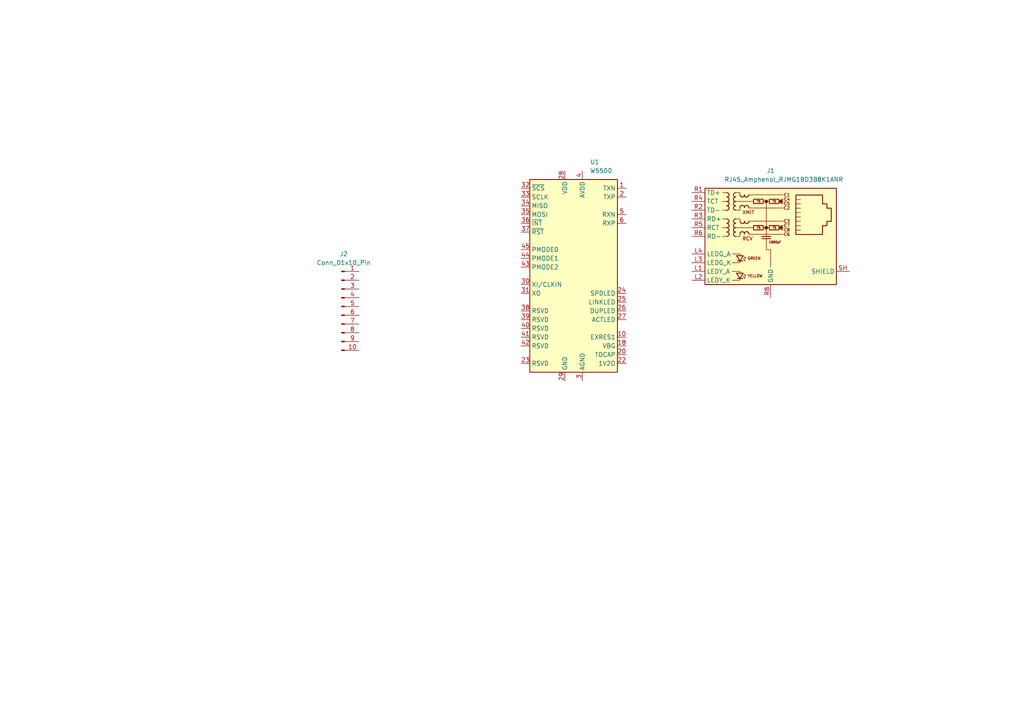
<source format=kicad_sch>
(kicad_sch (version 20230121) (generator eeschema)
  (paper "A4")
  (lib_symbols
    (symbol "Connector:Conn_01x10_Pin" (pin_names (offset 1.016) hide)
      (property "Reference" "J" (at 0 12.7 0))
      (property "Value" "Conn_01x10_Pin" (at 0 -15.24 0))
      (symbol "Conn_01x10_Pin_1_1"
        (polyline (pts (xy 1.27 -12.7) (xy 0.8636 -12.7)) (stroke (width 0.1524)))
        (polyline (pts (xy 1.27 -10.16) (xy 0.8636 -10.16)) (stroke (width 0.1524)))
        (polyline (pts (xy 1.27 -7.62) (xy 0.8636 -7.62)) (stroke (width 0.1524)))
        (polyline (pts (xy 1.27 -5.08) (xy 0.8636 -5.08)) (stroke (width 0.1524)))
        (polyline (pts (xy 1.27 -2.54) (xy 0.8636 -2.54)) (stroke (width 0.1524)))
        (polyline (pts (xy 1.27 0) (xy 0.8636 0)) (stroke (width 0.1524)))
        (polyline (pts (xy 1.27 2.54) (xy 0.8636 2.54)) (stroke (width 0.1524)))
        (polyline (pts (xy 1.27 5.08) (xy 0.8636 5.08)) (stroke (width 0.1524)))
        (polyline (pts (xy 1.27 7.62) (xy 0.8636 7.62)) (stroke (width 0.1524)))
        (polyline (pts (xy 1.27 10.16) (xy 0.8636 10.16)) (stroke (width 0.1524)))
        (rectangle (start 0.8636 -12.573) (end 0 -12.827) (stroke (width 0.1524)) (fill (type outline)))
        (rectangle (start 0.8636 -10.033) (end 0 -10.287) (stroke (width 0.1524)) (fill (type outline)))
        (rectangle (start 0.8636 -7.493) (end 0 -7.747) (stroke (width 0.1524)) (fill (type outline)))
        (rectangle (start 0.8636 -4.953) (end 0 -5.207) (stroke (width 0.1524)) (fill (type outline)))
        (rectangle (start 0.8636 -2.413) (end 0 -2.667) (stroke (width 0.1524)) (fill (type outline)))
        (rectangle (start 0.8636 0.127) (end 0 -0.127) (stroke (width 0.1524)) (fill (type outline)))
        (rectangle (start 0.8636 2.667) (end 0 2.413) (stroke (width 0.1524)) (fill (type outline)))
        (rectangle (start 0.8636 5.207) (end 0 4.953) (stroke (width 0.1524)) (fill (type outline)))
        (rectangle (start 0.8636 7.747) (end 0 7.493) (stroke (width 0.1524)) (fill (type outline)))
        (rectangle (start 0.8636 10.287) (end 0 10.033) (stroke (width 0.1524)) (fill (type outline)))
        (pin passive line (at 5.08 10.16 180) (length 3.81) (name "Pin_1") (number "1"))
        (pin passive line (at 5.08 -12.7 180) (length 3.81) (name "Pin_10") (number "10"))
        (pin passive line (at 5.08 7.62 180) (length 3.81) (name "Pin_2") (number "2"))
        (pin passive line (at 5.08 5.08 180) (length 3.81) (name "Pin_3") (number "3"))
        (pin passive line (at 5.08 2.54 180) (length 3.81) (name "Pin_4") (number "4"))
        (pin passive line (at 5.08 0 180) (length 3.81) (name "Pin_5") (number "5"))
        (pin passive line (at 5.08 -2.54 180) (length 3.81) (name "Pin_6") (number "6"))
        (pin passive line (at 5.08 -5.08 180) (length 3.81) (name "Pin_7") (number "7"))
        (pin passive line (at 5.08 -7.62 180) (length 3.81) (name "Pin_8") (number "8"))
        (pin passive line (at 5.08 -10.16 180) (length 3.81) (name "Pin_9") (number "9"))
      )
    )
    (symbol "Connector:RJ45_Amphenol_RJMG1BD3B8K1ANR"
      (property "Reference" "J" (at 19.05 15.24 0))
      (property "Value" "RJ45_Amphenol_RJMG1BD3B8K1ANR" (at -19.05 15.24 0))
      (symbol "RJ45_Amphenol_RJMG1BD3B8K1ANR_0_0"
        (circle (center -1.27 2.54) (radius 0.0001) (stroke (width 0.508)))
        (circle (center -1.27 10.16) (radius 0.0001) (stroke (width 0.508)))
        (polyline (pts (xy -1.27 10.16) (xy -1.27 0)))
        (polyline (pts (xy 0 -0.635) (xy -2.54 -0.635)) (stroke (width 0.254)))
        (polyline (pts (xy 0 0) (xy -2.54 0)) (stroke (width 0.254)))
        (polyline (pts (xy 3.048 2.54) (xy 2.54 2.54)))
        (polyline (pts (xy 3.048 10.16) (xy 2.54 10.16)))
        (polyline (pts (xy -11.176 -12.7) (xy -8.89 -12.7) (xy -8.89 -12.065)))
        (polyline (pts (xy -11.176 -10.16) (xy -8.89 -10.16) (xy -8.89 -10.668)))
        (polyline (pts (xy -11.176 -5.08) (xy -8.89 -5.08) (xy -8.89 -5.588)))
        (polyline (pts (xy -8.89 -6.985) (xy -8.89 -7.62) (xy -11.176 -7.62)))
        (polyline (pts (xy -1.27 -0.635) (xy -1.27 -3.81) (xy 0 -3.81) (xy 0 -8.89)))
        (polyline (pts (xy 3.683 3.175) (xy 3.048 3.175) (xy 3.048 1.905) (xy 3.683 1.905)))
        (polyline (pts (xy 3.683 10.795) (xy 3.048 10.795) (xy 3.048 9.525) (xy 3.683 9.525)))
        (circle (center 3.048 2.54) (radius 0.0001) (stroke (width 0.508)))
        (circle (center 3.048 10.16) (radius 0.0001) (stroke (width 0.508)))
        (text "C1" (at 4.699 12.065 0) (effects (font (size 0.889 0.889))))
        (text "C2" (at 4.699 8.255 0) (effects (font (size 0.889 0.889))))
        (text "C3" (at 4.699 4.445 0) (effects (font (size 0.889 0.889))))
        (text "C4" (at 4.699 10.795 0) (effects (font (size 0.889 0.889))))
        (text "C5" (at 4.699 9.525 0) (effects (font (size 0.889 0.889))))
        (text "C6" (at 4.699 0.635 0) (effects (font (size 0.889 0.889))))
        (text "C7" (at 4.699 3.175 0) (effects (font (size 0.889 0.889))))
        (text "C8" (at 4.699 1.905 0) (effects (font (size 0.889 0.889))))
        (text "GREEN" (at -6.731 -6.35 0) (effects (font (size 0.762 0.762)) (justify left)))
        (text "RCV" (at -8.255 -0.635 0) (effects (font (size 1.016 1.016)) (justify left)))
        (text "XMIT" (at -8.255 6.985 0) (effects (font (size 1.016 1.016)) (justify left)))
        (text "YELLOW" (at -6.731 -11.43 0) (effects (font (size 0.762 0.762)) (justify left)))
      )
      (symbol "RJ45_Amphenol_RJMG1BD3B8K1ANR_0_1"
        (rectangle (start -19.05 13.97) (end 19.05 -13.97) (stroke (width 0.254)) (fill (type background)))
        (polyline (pts (xy -12.7 0) (xy -13.97 0)))
        (polyline (pts (xy -12.7 2.54) (xy -13.97 2.54)))
        (polyline (pts (xy -12.7 5.08) (xy -13.97 5.08)))
        (polyline (pts (xy -12.7 7.62) (xy -13.97 7.62)))
        (polyline (pts (xy -12.7 10.16) (xy -13.97 10.16)))
        (polyline (pts (xy -12.7 12.7) (xy -13.97 12.7)))
        (polyline (pts (xy -6.35 0.635) (xy 3.683 0.635)))
        (polyline (pts (xy -6.35 8.255) (xy 3.683 8.255)))
        (polyline (pts (xy -6.35 12.065) (xy 3.683 12.065)))
        (polyline (pts (xy -6.223 4.445) (xy 3.683 4.445)))
        (polyline (pts (xy -5.08 2.54) (xy -10.16 2.54)))
        (polyline (pts (xy -4.953 10.16) (xy -10.16 10.16)))
        (polyline (pts (xy -2.159 2.54) (xy -0.381 2.54)))
        (polyline (pts (xy -2.159 10.16) (xy -0.381 10.16)))
        (polyline (pts (xy 7.4295 3.1115) (xy 8.6995 3.1115)))
        (polyline (pts (xy 7.4295 4.3815) (xy 8.6995 4.3815)))
        (polyline (pts (xy 7.4295 5.6515) (xy 8.6995 5.6515)))
        (polyline (pts (xy 7.4295 6.9215) (xy 8.6995 6.9215)))
        (polyline (pts (xy 7.4295 8.1915) (xy 8.6995 8.1915)))
        (polyline (pts (xy 8.6995 1.8415) (xy 7.4295 1.8415)))
        (polyline (pts (xy 8.6995 9.4615) (xy 7.4295 9.4615)))
        (polyline (pts (xy 8.6995 10.7315) (xy 7.4295 10.7315)))
        (polyline (pts (xy -10.16 5.08) (xy -8.89 5.08) (xy -8.89 4.445)))
        (polyline (pts (xy -10.16 12.7) (xy -8.89 12.7) (xy -8.89 12.065)))
        (polyline (pts (xy -8.89 0.635) (xy -8.89 0) (xy -10.16 0)))
        (polyline (pts (xy -8.89 8.255) (xy -8.89 7.62) (xy -10.16 7.62)))
      )
      (symbol "RJ45_Amphenol_RJMG1BD3B8K1ANR_1_0"
        (text "1000pF" (at 1.27 -1.651 0) (effects (font (size 0.635 0.635))))
      )
      (symbol "RJ45_Amphenol_RJMG1BD3B8K1ANR_1_1"
        (arc (start -12.7 3.81) (mid -12.0677 4.445) (end -12.7 5.08) (stroke (width 0.254)))
        (arc (start -12.6973 0) (mid -12.065 0.635) (end -12.6973 1.27) (stroke (width 0.254)))
        (arc (start -12.6973 1.27) (mid -12.065 1.905) (end -12.6973 2.54) (stroke (width 0.254)))
        (arc (start -12.6973 2.54) (mid -12.065 3.175) (end -12.6973 3.81) (stroke (width 0.254)))
        (arc (start -12.6973 11.43) (mid -12.065 12.065) (end -12.6973 12.7) (stroke (width 0.254)))
        (arc (start -12.6946 7.62) (mid -12.0623 8.255) (end -12.6946 8.89) (stroke (width 0.254)))
        (arc (start -12.6946 8.89) (mid -12.0623 9.525) (end -12.6946 10.16) (stroke (width 0.254)))
        (arc (start -12.6946 10.16) (mid -12.0623 10.795) (end -12.6946 11.43) (stroke (width 0.254)))
        (arc (start -10.1654 2.54) (mid -10.7977 1.905) (end -10.1654 1.27) (stroke (width 0.254)))
        (arc (start -10.1654 3.81) (mid -10.7977 3.175) (end -10.1654 2.54) (stroke (width 0.254)))
        (arc (start -10.1654 5.08) (mid -10.7977 4.445) (end -10.1654 3.81) (stroke (width 0.254)))
        (arc (start -10.1654 10.16) (mid -10.7977 9.525) (end -10.1654 8.89) (stroke (width 0.254)))
        (arc (start -10.1654 11.43) (mid -10.7977 10.795) (end -10.1654 10.16) (stroke (width 0.254)))
        (arc (start -10.1654 12.7) (mid -10.7977 12.065) (end -10.1654 11.43) (stroke (width 0.254)))
        (arc (start -10.1627 1.27) (mid -10.795 0.635) (end -10.1627 0) (stroke (width 0.254)))
        (arc (start -10.1627 8.89) (mid -10.795 8.255) (end -10.1627 7.62) (stroke (width 0.254)))
        (arc (start -8.89 12.0623) (mid -8.255 11.43) (end -7.62 12.0623) (stroke (width 0.254)))
        (arc (start -8.8265 4.3788) (mid -8.1915 3.7465) (end -7.5565 4.3788) (stroke (width 0.254)))
        (arc (start -7.62 0.7647) (mid -8.255 1.397) (end -8.89 0.7647) (stroke (width 0.254)))
        (arc (start -7.62 8.3847) (mid -8.255 9.017) (end -8.89 8.3847) (stroke (width 0.254)))
        (arc (start -7.62 12.065) (mid -6.985 11.4327) (end -6.35 12.065) (stroke (width 0.254)))
        (arc (start -7.5565 4.3815) (mid -6.9215 3.7492) (end -6.2865 4.3815) (stroke (width 0.254)))
        (arc (start -6.35 0.7674) (mid -6.985 1.3997) (end -7.62 0.7674) (stroke (width 0.254)))
        (arc (start -6.35 8.3874) (mid -6.985 9.0197) (end -7.62 8.3874) (stroke (width 0.254)))
        (rectangle (start -4.953 3.175) (end -2.159 1.905) (stroke (width 0.254)))
        (rectangle (start -4.953 10.795) (end -2.159 9.525) (stroke (width 0.254)))
        (rectangle (start -0.381 3.175) (end 2.413 1.905) (stroke (width 0.254)))
        (rectangle (start -0.381 10.795) (end 2.413 9.525) (stroke (width 0.254)))
        (polyline (pts (xy -8.128 -12.192) (xy -9.652 -12.192)) (stroke (width 0.254)))
        (polyline (pts (xy -8.128 -7.112) (xy -9.652 -7.112)) (stroke (width 0.254)))
        (polyline (pts (xy -7.493 -12.065) (xy -7.493 -11.811)))
        (polyline (pts (xy -7.493 -6.985) (xy -7.493 -6.731)))
        (polyline (pts (xy -7.239 -11.43) (xy -7.239 -11.176)))
        (polyline (pts (xy -7.239 -6.35) (xy -7.239 -6.096)))
        (polyline (pts (xy -8.001 -11.557) (xy -7.493 -12.065) (xy -7.747 -12.065)))
        (polyline (pts (xy -8.001 -6.477) (xy -7.493 -6.985) (xy -7.747 -6.985)))
        (polyline (pts (xy -7.747 -10.922) (xy -7.239 -11.43) (xy -7.493 -11.43)))
        (polyline (pts (xy -7.747 -5.842) (xy -7.239 -6.35) (xy -7.493 -6.35)))
        (polyline (pts (xy -8.001 -10.668) (xy -9.906 -10.668) (xy -8.89 -12.192) (xy -8.001 -10.668)) (stroke (width 0.254)))
        (polyline (pts (xy -8.001 -5.588) (xy -9.906 -5.588) (xy -8.89 -7.112) (xy -8.001 -5.588)) (stroke (width 0.254)))
        (polyline (pts (xy 7.3025 0.5715) (xy 7.3025 12.0015) (xy 15.0495 12.0015) (xy 15.0495 9.4615) (xy 16.3195 9.4615) (xy 16.3195 8.1915) (xy 17.5895 8.1915) (xy 17.5895 4.3815) (xy 16.3195 4.3815) (xy 16.3195 3.1115) (xy 15.0495 3.1115) (xy 15.0495 0.5715) (xy 7.3025 0.5715)) (stroke (width 0.254)))
        (text "75" (at -3.556 2.54 0) (effects (font (size 0.635 0.635))))
        (text "75" (at -3.556 10.16 0) (effects (font (size 0.635 0.635))))
        (text "75" (at 1.016 2.54 0) (effects (font (size 0.635 0.635))))
        (text "75" (at 1.016 10.16 0) (effects (font (size 0.635 0.635))))
        (pin passive line (at -22.86 -10.16 0) (length 3.81) (name "LEDY_A") (number "L1"))
        (pin passive line (at -22.86 -12.7 0) (length 3.81) (name "LEDY_K") (number "L2"))
        (pin passive line (at -22.86 -7.62 0) (length 3.81) (name "LEDG_K") (number "L3"))
        (pin passive line (at -22.86 -5.08 0) (length 3.81) (name "LEDG_A") (number "L4"))
        (pin passive line (at -22.86 12.7 0) (length 3.81) (name "TD+") (number "R1"))
        (pin passive line (at -22.86 7.62 0) (length 3.81) (name "TD-") (number "R2"))
        (pin passive line (at -22.86 5.08 0) (length 3.81) (name "RD+") (number "R3"))
        (pin passive line (at -22.86 10.16 0) (length 3.81) (name "TCT") (number "R4"))
        (pin passive line (at -22.86 2.54 0) (length 3.81) (name "RCT") (number "R5"))
        (pin passive line (at -22.86 0 0) (length 3.81) (name "RD-") (number "R6"))
        (pin no_connect line (at 12.7 -5.08 0) (length 0) hide (name "NC") (number "R7"))
        (pin power_in line (at 0 -17.78 90) (length 3.81) (name "GND") (number "R8"))
        (pin passive line (at 22.86 -10.16 180) (length 3.81) (name "SHIELD") (number "SH"))
      )
    )
    (symbol "Interface_Ethernet:W5500"
      (property "Reference" "U" (at -11.43 29.21 0))
      (property "Value" "W5500" (at 8.89 29.21 0))
      (symbol "W5500_0_1"
        (rectangle (start -12.7 27.94) (end 12.7 -27.94) (stroke (width 0.254)) (fill (type background)))
      )
      (symbol "W5500_1_1"
        (pin output line (at 15.24 25.4 180) (length 2.54) (name "TXN") (number "1"))
        (pin passive line (at 15.24 -17.78 180) (length 2.54) (name "EXRES1") (number "10"))
        (pin passive line (at 2.54 30.48 270) (length 2.54) hide (name "AVDD") (number "11"))
        (pin no_connect line (at 12.7 7.62 180) (length 2.54) hide (name "NC") (number "12"))
        (pin no_connect line (at 12.7 5.08 180) (length 2.54) hide (name "NC") (number "13"))
        (pin passive line (at 2.54 -30.48 90) (length 2.54) hide (name "AGND") (number "14"))
        (pin passive line (at 2.54 30.48 270) (length 2.54) hide (name "AVDD") (number "15"))
        (pin passive line (at 2.54 -30.48 90) (length 2.54) hide (name "AGND") (number "16"))
        (pin passive line (at 2.54 30.48 270) (length 2.54) hide (name "AVDD") (number "17"))
        (pin passive line (at 15.24 -20.32 180) (length 2.54) (name "VBG") (number "18"))
        (pin passive line (at 2.54 -30.48 90) (length 2.54) hide (name "AGND") (number "19"))
        (pin output line (at 15.24 22.86 180) (length 2.54) (name "TXP") (number "2"))
        (pin passive line (at 15.24 -22.86 180) (length 2.54) (name "TOCAP") (number "20"))
        (pin passive line (at 2.54 30.48 270) (length 2.54) hide (name "AVDD") (number "21"))
        (pin output line (at 15.24 -25.4 180) (length 2.54) (name "1V2O") (number "22"))
        (pin input line (at -15.24 -25.4 0) (length 2.54) (name "RSVD") (number "23"))
        (pin output line (at 15.24 -5.08 180) (length 2.54) (name "SPDLED") (number "24"))
        (pin output line (at 15.24 -7.62 180) (length 2.54) (name "LINKLED") (number "25"))
        (pin output line (at 15.24 -10.16 180) (length 2.54) (name "DUPLED") (number "26"))
        (pin output line (at 15.24 -12.7 180) (length 2.54) (name "ACTLED") (number "27"))
        (pin power_in line (at -2.54 30.48 270) (length 2.54) (name "VDD") (number "28"))
        (pin power_in line (at -2.54 -30.48 90) (length 2.54) (name "GND") (number "29"))
        (pin power_in line (at 2.54 -30.48 90) (length 2.54) (name "AGND") (number "3"))
        (pin input line (at -15.24 -2.54 0) (length 2.54) (name "XI/CLKIN") (number "30"))
        (pin output line (at -15.24 -5.08 0) (length 2.54) (name "XO") (number "31"))
        (pin input line (at -15.24 25.4 0) (length 2.54) (name "~{SCS}") (number "32"))
        (pin input line (at -15.24 22.86 0) (length 2.54) (name "SCLK") (number "33"))
        (pin output line (at -15.24 20.32 0) (length 2.54) (name "MISO") (number "34"))
        (pin input line (at -15.24 17.78 0) (length 2.54) (name "MOSI") (number "35"))
        (pin input line (at -15.24 15.24 0) (length 2.54) (name "~{INT}") (number "36"))
        (pin input line (at -15.24 12.7 0) (length 2.54) (name "~{RST}") (number "37"))
        (pin input line (at -15.24 -10.16 0) (length 2.54) (name "RSVD") (number "38"))
        (pin input line (at -15.24 -12.7 0) (length 2.54) (name "RSVD") (number "39"))
        (pin power_in line (at 2.54 30.48 270) (length 2.54) (name "AVDD") (number "4"))
        (pin input line (at -15.24 -15.24 0) (length 2.54) (name "RSVD") (number "40"))
        (pin input line (at -15.24 -17.78 0) (length 2.54) (name "RSVD") (number "41"))
        (pin input line (at -15.24 -20.32 0) (length 2.54) (name "RSVD") (number "42"))
        (pin input line (at -15.24 2.54 0) (length 2.54) (name "PMODE2") (number "43"))
        (pin input line (at -15.24 5.08 0) (length 2.54) (name "PMODE1") (number "44"))
        (pin input line (at -15.24 7.62 0) (length 2.54) (name "PMODE0") (number "45"))
        (pin no_connect line (at 12.7 2.54 180) (length 2.54) hide (name "NC") (number "46"))
        (pin no_connect line (at 12.7 0 180) (length 2.54) hide (name "NC") (number "47"))
        (pin passive line (at 2.54 -30.48 90) (length 2.54) hide (name "AGND") (number "48"))
        (pin input line (at 15.24 17.78 180) (length 2.54) (name "RXN") (number "5"))
        (pin input line (at 15.24 15.24 180) (length 2.54) (name "RXP") (number "6"))
        (pin no_connect line (at 12.7 10.16 180) (length 2.54) hide (name "DNC") (number "7"))
        (pin passive line (at 2.54 30.48 270) (length 2.54) hide (name "AVDD") (number "8"))
        (pin passive line (at 2.54 -30.48 90) (length 2.54) hide (name "AGND") (number "9"))
      )
    )
  )
  (symbol (lib_id "Connector:RJ45_Amphenol_RJMG1BD3B8K1ANR") (at 223.52 68.58 0) (unit 1)
    (property "Reference" "J1" (at 223.52 49.53 0))
    (property "Value" "RJ45_Amphenol_RJMG1BD3B8K1ANR" (at 227.33 52.07 0))
    (property "Footprint" "Connector_RJ:RJ45_Amphenol_RJMG1BD3B8K1ANR" (effects hide))
    (property "Datasheet" "https://www.amphenol-cs.com/media/wysiwyg/files/drawing/rjmg1bd3b8k1anr.pdf" (effects hide))
  )
  (symbol (lib_id "Interface_Ethernet:W5500") (at 166.37 80.01 0) (unit 1)
    (property "Reference" "U1" (at 171.1041 46.99 0) (effects (justify left)))
    (property "Value" "W5500" (at 171.1041 49.53 0) (effects (justify left)))
    (property "Footprint" "Package_QFP:LQFP-48_7x7mm_P0.5mm" (effects hide))
    (property "Datasheet" "http://wizwiki.net/wiki/lib/exe/fetch.php/products:w5500:w5500_ds_v109e.pdf" (effects hide))
  )
  (symbol (lib_id "Connector:Conn_01x10_Pin") (at 99.06 88.9 0) (unit 1)
    (property "Reference" "J2" (at 99.695 73.66 0))
    (property "Value" "Conn_01x10_Pin" (at 99.695 76.2 0))
    (property "Footprint" "Connector_PinHeader_2.54mm:PinHeader_2x05_P2.54mm_Vertical" (effects hide))
  )
)
</source>
